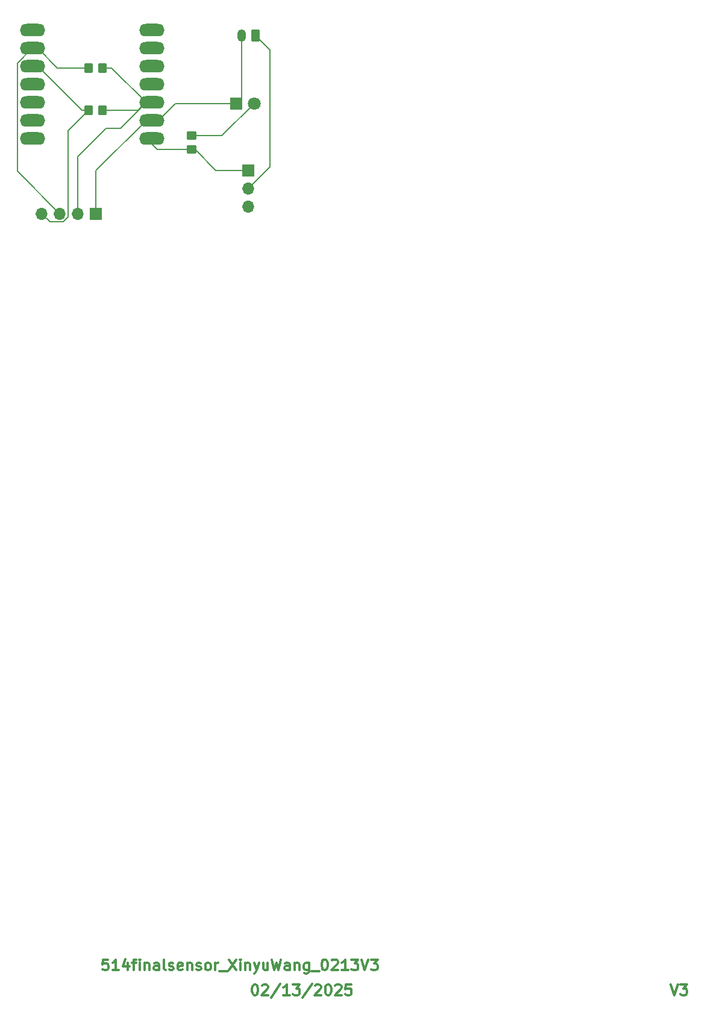
<source format=gbr>
%TF.GenerationSoftware,KiCad,Pcbnew,8.0.7*%
%TF.CreationDate,2025-02-28T09:56:09-08:00*%
%TF.ProjectId,514finalsensor,35313466-696e-4616-9c73-656e736f722e,rev?*%
%TF.SameCoordinates,Original*%
%TF.FileFunction,Copper,L1,Top*%
%TF.FilePolarity,Positive*%
%FSLAX46Y46*%
G04 Gerber Fmt 4.6, Leading zero omitted, Abs format (unit mm)*
G04 Created by KiCad (PCBNEW 8.0.7) date 2025-02-28 09:56:09*
%MOMM*%
%LPD*%
G01*
G04 APERTURE LIST*
G04 Aperture macros list*
%AMRoundRect*
0 Rectangle with rounded corners*
0 $1 Rounding radius*
0 $2 $3 $4 $5 $6 $7 $8 $9 X,Y pos of 4 corners*
0 Add a 4 corners polygon primitive as box body*
4,1,4,$2,$3,$4,$5,$6,$7,$8,$9,$2,$3,0*
0 Add four circle primitives for the rounded corners*
1,1,$1+$1,$2,$3*
1,1,$1+$1,$4,$5*
1,1,$1+$1,$6,$7*
1,1,$1+$1,$8,$9*
0 Add four rect primitives between the rounded corners*
20,1,$1+$1,$2,$3,$4,$5,0*
20,1,$1+$1,$4,$5,$6,$7,0*
20,1,$1+$1,$6,$7,$8,$9,0*
20,1,$1+$1,$8,$9,$2,$3,0*%
G04 Aperture macros list end*
%ADD10C,0.300000*%
%TA.AperFunction,NonConductor*%
%ADD11C,0.300000*%
%TD*%
%TA.AperFunction,ComponentPad*%
%ADD12R,1.800000X1.800000*%
%TD*%
%TA.AperFunction,ComponentPad*%
%ADD13C,1.800000*%
%TD*%
%TA.AperFunction,ComponentPad*%
%ADD14R,1.700000X1.700000*%
%TD*%
%TA.AperFunction,ComponentPad*%
%ADD15O,1.700000X1.700000*%
%TD*%
%TA.AperFunction,ComponentPad*%
%ADD16RoundRect,0.250000X0.350000X0.625000X-0.350000X0.625000X-0.350000X-0.625000X0.350000X-0.625000X0*%
%TD*%
%TA.AperFunction,ComponentPad*%
%ADD17O,1.200000X1.750000*%
%TD*%
%TA.AperFunction,SMDPad,CuDef*%
%ADD18RoundRect,0.250000X-0.350000X-0.450000X0.350000X-0.450000X0.350000X0.450000X-0.350000X0.450000X0*%
%TD*%
%TA.AperFunction,ComponentPad*%
%ADD19O,3.556000X1.778000*%
%TD*%
%TA.AperFunction,SMDPad,CuDef*%
%ADD20RoundRect,0.250000X-0.450000X0.350000X-0.450000X-0.350000X0.450000X-0.350000X0.450000X0.350000X0*%
%TD*%
%TA.AperFunction,Conductor*%
%ADD21C,0.200000*%
%TD*%
G04 APERTURE END LIST*
D10*
D11*
X211840225Y-192300828D02*
X211983082Y-192300828D01*
X211983082Y-192300828D02*
X212125939Y-192372257D01*
X212125939Y-192372257D02*
X212197368Y-192443685D01*
X212197368Y-192443685D02*
X212268796Y-192586542D01*
X212268796Y-192586542D02*
X212340225Y-192872257D01*
X212340225Y-192872257D02*
X212340225Y-193229400D01*
X212340225Y-193229400D02*
X212268796Y-193515114D01*
X212268796Y-193515114D02*
X212197368Y-193657971D01*
X212197368Y-193657971D02*
X212125939Y-193729400D01*
X212125939Y-193729400D02*
X211983082Y-193800828D01*
X211983082Y-193800828D02*
X211840225Y-193800828D01*
X211840225Y-193800828D02*
X211697368Y-193729400D01*
X211697368Y-193729400D02*
X211625939Y-193657971D01*
X211625939Y-193657971D02*
X211554510Y-193515114D01*
X211554510Y-193515114D02*
X211483082Y-193229400D01*
X211483082Y-193229400D02*
X211483082Y-192872257D01*
X211483082Y-192872257D02*
X211554510Y-192586542D01*
X211554510Y-192586542D02*
X211625939Y-192443685D01*
X211625939Y-192443685D02*
X211697368Y-192372257D01*
X211697368Y-192372257D02*
X211840225Y-192300828D01*
X212911653Y-192443685D02*
X212983081Y-192372257D01*
X212983081Y-192372257D02*
X213125939Y-192300828D01*
X213125939Y-192300828D02*
X213483081Y-192300828D01*
X213483081Y-192300828D02*
X213625939Y-192372257D01*
X213625939Y-192372257D02*
X213697367Y-192443685D01*
X213697367Y-192443685D02*
X213768796Y-192586542D01*
X213768796Y-192586542D02*
X213768796Y-192729400D01*
X213768796Y-192729400D02*
X213697367Y-192943685D01*
X213697367Y-192943685D02*
X212840224Y-193800828D01*
X212840224Y-193800828D02*
X213768796Y-193800828D01*
X215483081Y-192229400D02*
X214197367Y-194157971D01*
X216768796Y-193800828D02*
X215911653Y-193800828D01*
X216340224Y-193800828D02*
X216340224Y-192300828D01*
X216340224Y-192300828D02*
X216197367Y-192515114D01*
X216197367Y-192515114D02*
X216054510Y-192657971D01*
X216054510Y-192657971D02*
X215911653Y-192729400D01*
X217268795Y-192300828D02*
X218197367Y-192300828D01*
X218197367Y-192300828D02*
X217697367Y-192872257D01*
X217697367Y-192872257D02*
X217911652Y-192872257D01*
X217911652Y-192872257D02*
X218054510Y-192943685D01*
X218054510Y-192943685D02*
X218125938Y-193015114D01*
X218125938Y-193015114D02*
X218197367Y-193157971D01*
X218197367Y-193157971D02*
X218197367Y-193515114D01*
X218197367Y-193515114D02*
X218125938Y-193657971D01*
X218125938Y-193657971D02*
X218054510Y-193729400D01*
X218054510Y-193729400D02*
X217911652Y-193800828D01*
X217911652Y-193800828D02*
X217483081Y-193800828D01*
X217483081Y-193800828D02*
X217340224Y-193729400D01*
X217340224Y-193729400D02*
X217268795Y-193657971D01*
X219911652Y-192229400D02*
X218625938Y-194157971D01*
X220340224Y-192443685D02*
X220411652Y-192372257D01*
X220411652Y-192372257D02*
X220554510Y-192300828D01*
X220554510Y-192300828D02*
X220911652Y-192300828D01*
X220911652Y-192300828D02*
X221054510Y-192372257D01*
X221054510Y-192372257D02*
X221125938Y-192443685D01*
X221125938Y-192443685D02*
X221197367Y-192586542D01*
X221197367Y-192586542D02*
X221197367Y-192729400D01*
X221197367Y-192729400D02*
X221125938Y-192943685D01*
X221125938Y-192943685D02*
X220268795Y-193800828D01*
X220268795Y-193800828D02*
X221197367Y-193800828D01*
X222125938Y-192300828D02*
X222268795Y-192300828D01*
X222268795Y-192300828D02*
X222411652Y-192372257D01*
X222411652Y-192372257D02*
X222483081Y-192443685D01*
X222483081Y-192443685D02*
X222554509Y-192586542D01*
X222554509Y-192586542D02*
X222625938Y-192872257D01*
X222625938Y-192872257D02*
X222625938Y-193229400D01*
X222625938Y-193229400D02*
X222554509Y-193515114D01*
X222554509Y-193515114D02*
X222483081Y-193657971D01*
X222483081Y-193657971D02*
X222411652Y-193729400D01*
X222411652Y-193729400D02*
X222268795Y-193800828D01*
X222268795Y-193800828D02*
X222125938Y-193800828D01*
X222125938Y-193800828D02*
X221983081Y-193729400D01*
X221983081Y-193729400D02*
X221911652Y-193657971D01*
X221911652Y-193657971D02*
X221840223Y-193515114D01*
X221840223Y-193515114D02*
X221768795Y-193229400D01*
X221768795Y-193229400D02*
X221768795Y-192872257D01*
X221768795Y-192872257D02*
X221840223Y-192586542D01*
X221840223Y-192586542D02*
X221911652Y-192443685D01*
X221911652Y-192443685D02*
X221983081Y-192372257D01*
X221983081Y-192372257D02*
X222125938Y-192300828D01*
X223197366Y-192443685D02*
X223268794Y-192372257D01*
X223268794Y-192372257D02*
X223411652Y-192300828D01*
X223411652Y-192300828D02*
X223768794Y-192300828D01*
X223768794Y-192300828D02*
X223911652Y-192372257D01*
X223911652Y-192372257D02*
X223983080Y-192443685D01*
X223983080Y-192443685D02*
X224054509Y-192586542D01*
X224054509Y-192586542D02*
X224054509Y-192729400D01*
X224054509Y-192729400D02*
X223983080Y-192943685D01*
X223983080Y-192943685D02*
X223125937Y-193800828D01*
X223125937Y-193800828D02*
X224054509Y-193800828D01*
X225411651Y-192300828D02*
X224697365Y-192300828D01*
X224697365Y-192300828D02*
X224625937Y-193015114D01*
X224625937Y-193015114D02*
X224697365Y-192943685D01*
X224697365Y-192943685D02*
X224840223Y-192872257D01*
X224840223Y-192872257D02*
X225197365Y-192872257D01*
X225197365Y-192872257D02*
X225340223Y-192943685D01*
X225340223Y-192943685D02*
X225411651Y-193015114D01*
X225411651Y-193015114D02*
X225483080Y-193157971D01*
X225483080Y-193157971D02*
X225483080Y-193515114D01*
X225483080Y-193515114D02*
X225411651Y-193657971D01*
X225411651Y-193657971D02*
X225340223Y-193729400D01*
X225340223Y-193729400D02*
X225197365Y-193800828D01*
X225197365Y-193800828D02*
X224840223Y-193800828D01*
X224840223Y-193800828D02*
X224697365Y-193729400D01*
X224697365Y-193729400D02*
X224625937Y-193657971D01*
D10*
D11*
X191268796Y-188800828D02*
X190554510Y-188800828D01*
X190554510Y-188800828D02*
X190483082Y-189515114D01*
X190483082Y-189515114D02*
X190554510Y-189443685D01*
X190554510Y-189443685D02*
X190697368Y-189372257D01*
X190697368Y-189372257D02*
X191054510Y-189372257D01*
X191054510Y-189372257D02*
X191197368Y-189443685D01*
X191197368Y-189443685D02*
X191268796Y-189515114D01*
X191268796Y-189515114D02*
X191340225Y-189657971D01*
X191340225Y-189657971D02*
X191340225Y-190015114D01*
X191340225Y-190015114D02*
X191268796Y-190157971D01*
X191268796Y-190157971D02*
X191197368Y-190229400D01*
X191197368Y-190229400D02*
X191054510Y-190300828D01*
X191054510Y-190300828D02*
X190697368Y-190300828D01*
X190697368Y-190300828D02*
X190554510Y-190229400D01*
X190554510Y-190229400D02*
X190483082Y-190157971D01*
X192768796Y-190300828D02*
X191911653Y-190300828D01*
X192340224Y-190300828D02*
X192340224Y-188800828D01*
X192340224Y-188800828D02*
X192197367Y-189015114D01*
X192197367Y-189015114D02*
X192054510Y-189157971D01*
X192054510Y-189157971D02*
X191911653Y-189229400D01*
X194054510Y-189300828D02*
X194054510Y-190300828D01*
X193697367Y-188729400D02*
X193340224Y-189800828D01*
X193340224Y-189800828D02*
X194268795Y-189800828D01*
X194625938Y-189300828D02*
X195197366Y-189300828D01*
X194840223Y-190300828D02*
X194840223Y-189015114D01*
X194840223Y-189015114D02*
X194911652Y-188872257D01*
X194911652Y-188872257D02*
X195054509Y-188800828D01*
X195054509Y-188800828D02*
X195197366Y-188800828D01*
X195697366Y-190300828D02*
X195697366Y-189300828D01*
X195697366Y-188800828D02*
X195625938Y-188872257D01*
X195625938Y-188872257D02*
X195697366Y-188943685D01*
X195697366Y-188943685D02*
X195768795Y-188872257D01*
X195768795Y-188872257D02*
X195697366Y-188800828D01*
X195697366Y-188800828D02*
X195697366Y-188943685D01*
X196411652Y-189300828D02*
X196411652Y-190300828D01*
X196411652Y-189443685D02*
X196483081Y-189372257D01*
X196483081Y-189372257D02*
X196625938Y-189300828D01*
X196625938Y-189300828D02*
X196840224Y-189300828D01*
X196840224Y-189300828D02*
X196983081Y-189372257D01*
X196983081Y-189372257D02*
X197054510Y-189515114D01*
X197054510Y-189515114D02*
X197054510Y-190300828D01*
X198411653Y-190300828D02*
X198411653Y-189515114D01*
X198411653Y-189515114D02*
X198340224Y-189372257D01*
X198340224Y-189372257D02*
X198197367Y-189300828D01*
X198197367Y-189300828D02*
X197911653Y-189300828D01*
X197911653Y-189300828D02*
X197768795Y-189372257D01*
X198411653Y-190229400D02*
X198268795Y-190300828D01*
X198268795Y-190300828D02*
X197911653Y-190300828D01*
X197911653Y-190300828D02*
X197768795Y-190229400D01*
X197768795Y-190229400D02*
X197697367Y-190086542D01*
X197697367Y-190086542D02*
X197697367Y-189943685D01*
X197697367Y-189943685D02*
X197768795Y-189800828D01*
X197768795Y-189800828D02*
X197911653Y-189729400D01*
X197911653Y-189729400D02*
X198268795Y-189729400D01*
X198268795Y-189729400D02*
X198411653Y-189657971D01*
X199340224Y-190300828D02*
X199197367Y-190229400D01*
X199197367Y-190229400D02*
X199125938Y-190086542D01*
X199125938Y-190086542D02*
X199125938Y-188800828D01*
X199840224Y-190229400D02*
X199983081Y-190300828D01*
X199983081Y-190300828D02*
X200268795Y-190300828D01*
X200268795Y-190300828D02*
X200411652Y-190229400D01*
X200411652Y-190229400D02*
X200483081Y-190086542D01*
X200483081Y-190086542D02*
X200483081Y-190015114D01*
X200483081Y-190015114D02*
X200411652Y-189872257D01*
X200411652Y-189872257D02*
X200268795Y-189800828D01*
X200268795Y-189800828D02*
X200054510Y-189800828D01*
X200054510Y-189800828D02*
X199911652Y-189729400D01*
X199911652Y-189729400D02*
X199840224Y-189586542D01*
X199840224Y-189586542D02*
X199840224Y-189515114D01*
X199840224Y-189515114D02*
X199911652Y-189372257D01*
X199911652Y-189372257D02*
X200054510Y-189300828D01*
X200054510Y-189300828D02*
X200268795Y-189300828D01*
X200268795Y-189300828D02*
X200411652Y-189372257D01*
X201697367Y-190229400D02*
X201554510Y-190300828D01*
X201554510Y-190300828D02*
X201268796Y-190300828D01*
X201268796Y-190300828D02*
X201125938Y-190229400D01*
X201125938Y-190229400D02*
X201054510Y-190086542D01*
X201054510Y-190086542D02*
X201054510Y-189515114D01*
X201054510Y-189515114D02*
X201125938Y-189372257D01*
X201125938Y-189372257D02*
X201268796Y-189300828D01*
X201268796Y-189300828D02*
X201554510Y-189300828D01*
X201554510Y-189300828D02*
X201697367Y-189372257D01*
X201697367Y-189372257D02*
X201768796Y-189515114D01*
X201768796Y-189515114D02*
X201768796Y-189657971D01*
X201768796Y-189657971D02*
X201054510Y-189800828D01*
X202411652Y-189300828D02*
X202411652Y-190300828D01*
X202411652Y-189443685D02*
X202483081Y-189372257D01*
X202483081Y-189372257D02*
X202625938Y-189300828D01*
X202625938Y-189300828D02*
X202840224Y-189300828D01*
X202840224Y-189300828D02*
X202983081Y-189372257D01*
X202983081Y-189372257D02*
X203054510Y-189515114D01*
X203054510Y-189515114D02*
X203054510Y-190300828D01*
X203697367Y-190229400D02*
X203840224Y-190300828D01*
X203840224Y-190300828D02*
X204125938Y-190300828D01*
X204125938Y-190300828D02*
X204268795Y-190229400D01*
X204268795Y-190229400D02*
X204340224Y-190086542D01*
X204340224Y-190086542D02*
X204340224Y-190015114D01*
X204340224Y-190015114D02*
X204268795Y-189872257D01*
X204268795Y-189872257D02*
X204125938Y-189800828D01*
X204125938Y-189800828D02*
X203911653Y-189800828D01*
X203911653Y-189800828D02*
X203768795Y-189729400D01*
X203768795Y-189729400D02*
X203697367Y-189586542D01*
X203697367Y-189586542D02*
X203697367Y-189515114D01*
X203697367Y-189515114D02*
X203768795Y-189372257D01*
X203768795Y-189372257D02*
X203911653Y-189300828D01*
X203911653Y-189300828D02*
X204125938Y-189300828D01*
X204125938Y-189300828D02*
X204268795Y-189372257D01*
X205197367Y-190300828D02*
X205054510Y-190229400D01*
X205054510Y-190229400D02*
X204983081Y-190157971D01*
X204983081Y-190157971D02*
X204911653Y-190015114D01*
X204911653Y-190015114D02*
X204911653Y-189586542D01*
X204911653Y-189586542D02*
X204983081Y-189443685D01*
X204983081Y-189443685D02*
X205054510Y-189372257D01*
X205054510Y-189372257D02*
X205197367Y-189300828D01*
X205197367Y-189300828D02*
X205411653Y-189300828D01*
X205411653Y-189300828D02*
X205554510Y-189372257D01*
X205554510Y-189372257D02*
X205625939Y-189443685D01*
X205625939Y-189443685D02*
X205697367Y-189586542D01*
X205697367Y-189586542D02*
X205697367Y-190015114D01*
X205697367Y-190015114D02*
X205625939Y-190157971D01*
X205625939Y-190157971D02*
X205554510Y-190229400D01*
X205554510Y-190229400D02*
X205411653Y-190300828D01*
X205411653Y-190300828D02*
X205197367Y-190300828D01*
X206340224Y-190300828D02*
X206340224Y-189300828D01*
X206340224Y-189586542D02*
X206411653Y-189443685D01*
X206411653Y-189443685D02*
X206483082Y-189372257D01*
X206483082Y-189372257D02*
X206625939Y-189300828D01*
X206625939Y-189300828D02*
X206768796Y-189300828D01*
X206911653Y-190443685D02*
X208054510Y-190443685D01*
X208268795Y-188800828D02*
X209268795Y-190300828D01*
X209268795Y-188800828D02*
X208268795Y-190300828D01*
X209840223Y-190300828D02*
X209840223Y-189300828D01*
X209840223Y-188800828D02*
X209768795Y-188872257D01*
X209768795Y-188872257D02*
X209840223Y-188943685D01*
X209840223Y-188943685D02*
X209911652Y-188872257D01*
X209911652Y-188872257D02*
X209840223Y-188800828D01*
X209840223Y-188800828D02*
X209840223Y-188943685D01*
X210554509Y-189300828D02*
X210554509Y-190300828D01*
X210554509Y-189443685D02*
X210625938Y-189372257D01*
X210625938Y-189372257D02*
X210768795Y-189300828D01*
X210768795Y-189300828D02*
X210983081Y-189300828D01*
X210983081Y-189300828D02*
X211125938Y-189372257D01*
X211125938Y-189372257D02*
X211197367Y-189515114D01*
X211197367Y-189515114D02*
X211197367Y-190300828D01*
X211768795Y-189300828D02*
X212125938Y-190300828D01*
X212483081Y-189300828D02*
X212125938Y-190300828D01*
X212125938Y-190300828D02*
X211983081Y-190657971D01*
X211983081Y-190657971D02*
X211911652Y-190729400D01*
X211911652Y-190729400D02*
X211768795Y-190800828D01*
X213697367Y-189300828D02*
X213697367Y-190300828D01*
X213054509Y-189300828D02*
X213054509Y-190086542D01*
X213054509Y-190086542D02*
X213125938Y-190229400D01*
X213125938Y-190229400D02*
X213268795Y-190300828D01*
X213268795Y-190300828D02*
X213483081Y-190300828D01*
X213483081Y-190300828D02*
X213625938Y-190229400D01*
X213625938Y-190229400D02*
X213697367Y-190157971D01*
X214268795Y-188800828D02*
X214625938Y-190300828D01*
X214625938Y-190300828D02*
X214911652Y-189229400D01*
X214911652Y-189229400D02*
X215197367Y-190300828D01*
X215197367Y-190300828D02*
X215554510Y-188800828D01*
X216768796Y-190300828D02*
X216768796Y-189515114D01*
X216768796Y-189515114D02*
X216697367Y-189372257D01*
X216697367Y-189372257D02*
X216554510Y-189300828D01*
X216554510Y-189300828D02*
X216268796Y-189300828D01*
X216268796Y-189300828D02*
X216125938Y-189372257D01*
X216768796Y-190229400D02*
X216625938Y-190300828D01*
X216625938Y-190300828D02*
X216268796Y-190300828D01*
X216268796Y-190300828D02*
X216125938Y-190229400D01*
X216125938Y-190229400D02*
X216054510Y-190086542D01*
X216054510Y-190086542D02*
X216054510Y-189943685D01*
X216054510Y-189943685D02*
X216125938Y-189800828D01*
X216125938Y-189800828D02*
X216268796Y-189729400D01*
X216268796Y-189729400D02*
X216625938Y-189729400D01*
X216625938Y-189729400D02*
X216768796Y-189657971D01*
X217483081Y-189300828D02*
X217483081Y-190300828D01*
X217483081Y-189443685D02*
X217554510Y-189372257D01*
X217554510Y-189372257D02*
X217697367Y-189300828D01*
X217697367Y-189300828D02*
X217911653Y-189300828D01*
X217911653Y-189300828D02*
X218054510Y-189372257D01*
X218054510Y-189372257D02*
X218125939Y-189515114D01*
X218125939Y-189515114D02*
X218125939Y-190300828D01*
X219483082Y-189300828D02*
X219483082Y-190515114D01*
X219483082Y-190515114D02*
X219411653Y-190657971D01*
X219411653Y-190657971D02*
X219340224Y-190729400D01*
X219340224Y-190729400D02*
X219197367Y-190800828D01*
X219197367Y-190800828D02*
X218983082Y-190800828D01*
X218983082Y-190800828D02*
X218840224Y-190729400D01*
X219483082Y-190229400D02*
X219340224Y-190300828D01*
X219340224Y-190300828D02*
X219054510Y-190300828D01*
X219054510Y-190300828D02*
X218911653Y-190229400D01*
X218911653Y-190229400D02*
X218840224Y-190157971D01*
X218840224Y-190157971D02*
X218768796Y-190015114D01*
X218768796Y-190015114D02*
X218768796Y-189586542D01*
X218768796Y-189586542D02*
X218840224Y-189443685D01*
X218840224Y-189443685D02*
X218911653Y-189372257D01*
X218911653Y-189372257D02*
X219054510Y-189300828D01*
X219054510Y-189300828D02*
X219340224Y-189300828D01*
X219340224Y-189300828D02*
X219483082Y-189372257D01*
X219840225Y-190443685D02*
X220983082Y-190443685D01*
X221625939Y-188800828D02*
X221768796Y-188800828D01*
X221768796Y-188800828D02*
X221911653Y-188872257D01*
X221911653Y-188872257D02*
X221983082Y-188943685D01*
X221983082Y-188943685D02*
X222054510Y-189086542D01*
X222054510Y-189086542D02*
X222125939Y-189372257D01*
X222125939Y-189372257D02*
X222125939Y-189729400D01*
X222125939Y-189729400D02*
X222054510Y-190015114D01*
X222054510Y-190015114D02*
X221983082Y-190157971D01*
X221983082Y-190157971D02*
X221911653Y-190229400D01*
X221911653Y-190229400D02*
X221768796Y-190300828D01*
X221768796Y-190300828D02*
X221625939Y-190300828D01*
X221625939Y-190300828D02*
X221483082Y-190229400D01*
X221483082Y-190229400D02*
X221411653Y-190157971D01*
X221411653Y-190157971D02*
X221340224Y-190015114D01*
X221340224Y-190015114D02*
X221268796Y-189729400D01*
X221268796Y-189729400D02*
X221268796Y-189372257D01*
X221268796Y-189372257D02*
X221340224Y-189086542D01*
X221340224Y-189086542D02*
X221411653Y-188943685D01*
X221411653Y-188943685D02*
X221483082Y-188872257D01*
X221483082Y-188872257D02*
X221625939Y-188800828D01*
X222697367Y-188943685D02*
X222768795Y-188872257D01*
X222768795Y-188872257D02*
X222911653Y-188800828D01*
X222911653Y-188800828D02*
X223268795Y-188800828D01*
X223268795Y-188800828D02*
X223411653Y-188872257D01*
X223411653Y-188872257D02*
X223483081Y-188943685D01*
X223483081Y-188943685D02*
X223554510Y-189086542D01*
X223554510Y-189086542D02*
X223554510Y-189229400D01*
X223554510Y-189229400D02*
X223483081Y-189443685D01*
X223483081Y-189443685D02*
X222625938Y-190300828D01*
X222625938Y-190300828D02*
X223554510Y-190300828D01*
X224983081Y-190300828D02*
X224125938Y-190300828D01*
X224554509Y-190300828D02*
X224554509Y-188800828D01*
X224554509Y-188800828D02*
X224411652Y-189015114D01*
X224411652Y-189015114D02*
X224268795Y-189157971D01*
X224268795Y-189157971D02*
X224125938Y-189229400D01*
X225483080Y-188800828D02*
X226411652Y-188800828D01*
X226411652Y-188800828D02*
X225911652Y-189372257D01*
X225911652Y-189372257D02*
X226125937Y-189372257D01*
X226125937Y-189372257D02*
X226268795Y-189443685D01*
X226268795Y-189443685D02*
X226340223Y-189515114D01*
X226340223Y-189515114D02*
X226411652Y-189657971D01*
X226411652Y-189657971D02*
X226411652Y-190015114D01*
X226411652Y-190015114D02*
X226340223Y-190157971D01*
X226340223Y-190157971D02*
X226268795Y-190229400D01*
X226268795Y-190229400D02*
X226125937Y-190300828D01*
X226125937Y-190300828D02*
X225697366Y-190300828D01*
X225697366Y-190300828D02*
X225554509Y-190229400D01*
X225554509Y-190229400D02*
X225483080Y-190157971D01*
X226840223Y-188800828D02*
X227340223Y-190300828D01*
X227340223Y-190300828D02*
X227840223Y-188800828D01*
X228197365Y-188800828D02*
X229125937Y-188800828D01*
X229125937Y-188800828D02*
X228625937Y-189372257D01*
X228625937Y-189372257D02*
X228840222Y-189372257D01*
X228840222Y-189372257D02*
X228983080Y-189443685D01*
X228983080Y-189443685D02*
X229054508Y-189515114D01*
X229054508Y-189515114D02*
X229125937Y-189657971D01*
X229125937Y-189657971D02*
X229125937Y-190015114D01*
X229125937Y-190015114D02*
X229054508Y-190157971D01*
X229054508Y-190157971D02*
X228983080Y-190229400D01*
X228983080Y-190229400D02*
X228840222Y-190300828D01*
X228840222Y-190300828D02*
X228411651Y-190300828D01*
X228411651Y-190300828D02*
X228268794Y-190229400D01*
X228268794Y-190229400D02*
X228197365Y-190157971D01*
D10*
D11*
X270340225Y-192300828D02*
X270840225Y-193800828D01*
X270840225Y-193800828D02*
X271340225Y-192300828D01*
X271697367Y-192300828D02*
X272625939Y-192300828D01*
X272625939Y-192300828D02*
X272125939Y-192872257D01*
X272125939Y-192872257D02*
X272340224Y-192872257D01*
X272340224Y-192872257D02*
X272483082Y-192943685D01*
X272483082Y-192943685D02*
X272554510Y-193015114D01*
X272554510Y-193015114D02*
X272625939Y-193157971D01*
X272625939Y-193157971D02*
X272625939Y-193515114D01*
X272625939Y-193515114D02*
X272554510Y-193657971D01*
X272554510Y-193657971D02*
X272483082Y-193729400D01*
X272483082Y-193729400D02*
X272340224Y-193800828D01*
X272340224Y-193800828D02*
X271911653Y-193800828D01*
X271911653Y-193800828D02*
X271768796Y-193729400D01*
X271768796Y-193729400D02*
X271697367Y-193657971D01*
D12*
%TO.P,D1,1,K*%
%TO.N,sense_gnd*%
X209230000Y-68500000D03*
D13*
%TO.P,D1,2,A*%
%TO.N,Net-(D1-A)*%
X211770000Y-68500000D03*
%TD*%
D14*
%TO.P,U2,1,GND*%
%TO.N,sense_gnd*%
X189580000Y-84000000D03*
D15*
%TO.P,U2,2,VDD*%
%TO.N,Net-(U1-3V3)*%
X187040000Y-84000000D03*
%TO.P,U2,3,SCL*%
%TO.N,Net-(U1-PA4_A1_D1)*%
X184500000Y-84000000D03*
%TO.P,U2,4,SDA*%
%TO.N,Net-(U1-PA10_A2_D2)*%
X181960000Y-84000000D03*
%TD*%
D16*
%TO.P,J1,1,Pin_1*%
%TO.N,+3.7V*%
X212000000Y-59000000D03*
D17*
%TO.P,J1,2,Pin_2*%
%TO.N,sense_gnd*%
X210000000Y-59000000D03*
%TD*%
D14*
%TO.P,SW1,1,A*%
%TO.N,Net-(SW1-A)*%
X211000000Y-77910000D03*
D15*
%TO.P,SW1,2,B*%
%TO.N,+3.7V*%
X211000000Y-80450000D03*
%TO.P,SW1,3,C*%
%TO.N,unconnected-(SW1-C-Pad3)*%
X211000000Y-82990000D03*
%TD*%
D18*
%TO.P,R1,1*%
%TO.N,Net-(U1-PA4_A1_D1)*%
X188500000Y-63500000D03*
%TO.P,R1,2*%
%TO.N,Net-(U1-3V3)*%
X190500000Y-63500000D03*
%TD*%
%TO.P,R2,1*%
%TO.N,Net-(U1-PA10_A2_D2)*%
X188500000Y-69500000D03*
%TO.P,R2,2*%
%TO.N,Net-(U1-3V3)*%
X190500000Y-69500000D03*
%TD*%
D19*
%TO.P,U1,1,PA02_A0_D0*%
%TO.N,unconnected-(U1-PA02_A0_D0-Pad1)*%
X180618000Y-58230500D03*
%TO.P,U1,2,PA4_A1_D1*%
%TO.N,Net-(U1-PA4_A1_D1)*%
X180618000Y-60770500D03*
%TO.P,U1,3,PA10_A2_D2*%
%TO.N,Net-(U1-PA10_A2_D2)*%
X180618000Y-63310500D03*
%TO.P,U1,4,PA11_A3_D3*%
%TO.N,unconnected-(U1-PA11_A3_D3-Pad4)*%
X180618000Y-65850500D03*
%TO.P,U1,5,PA8_A4_D4_SDA*%
%TO.N,unconnected-(U1-PA8_A4_D4_SDA-Pad5)*%
X180618000Y-68390500D03*
%TO.P,U1,6,PA9_A5_D5_SCL*%
%TO.N,unconnected-(U1-PA9_A5_D5_SCL-Pad6)*%
X180618000Y-70930500D03*
%TO.P,U1,7,PB08_A6_D6_TX*%
%TO.N,unconnected-(U1-PB08_A6_D6_TX-Pad7)*%
X180618000Y-73470500D03*
%TO.P,U1,8,PB09_A7_D7_RX*%
%TO.N,unconnected-(U1-PB09_A7_D7_RX-Pad8)*%
X197382000Y-58230500D03*
%TO.P,U1,9,PA7_A8_D8_SCK*%
%TO.N,unconnected-(U1-PA7_A8_D8_SCK-Pad9)*%
X197382000Y-60770500D03*
%TO.P,U1,10,PA5_A9_D9_MISO*%
%TO.N,unconnected-(U1-PA5_A9_D9_MISO-Pad10)*%
X197382000Y-63310500D03*
%TO.P,U1,11,PA6_A10_D10_MOSI*%
%TO.N,unconnected-(U1-PA6_A10_D10_MOSI-Pad11)*%
X197382000Y-65850500D03*
%TO.P,U1,12,3V3*%
%TO.N,Net-(U1-3V3)*%
X197382000Y-68390500D03*
%TO.P,U1,13,GND*%
%TO.N,sense_gnd*%
X197382000Y-70930500D03*
%TO.P,U1,14,5V*%
%TO.N,Net-(SW1-A)*%
X197382000Y-73470500D03*
%TD*%
D20*
%TO.P,R3,1*%
%TO.N,Net-(D1-A)*%
X203000000Y-73000000D03*
%TO.P,R3,2*%
%TO.N,Net-(SW1-A)*%
X203000000Y-75000000D03*
%TD*%
D21*
%TO.N,Net-(D1-A)*%
X211770000Y-68500000D02*
X207270000Y-73000000D01*
X207270000Y-73000000D02*
X203000000Y-73000000D01*
%TO.N,sense_gnd*%
X200740256Y-68500000D02*
X209230000Y-68500000D01*
X210000000Y-67730000D02*
X209230000Y-68500000D01*
X210000000Y-59000000D02*
X210000000Y-67730000D01*
X189580000Y-77970500D02*
X196620000Y-70930500D01*
X189580000Y-84000000D02*
X189580000Y-77970500D01*
X196620000Y-70930500D02*
X198309756Y-70930500D01*
X198309756Y-70930500D02*
X200740256Y-68500000D01*
%TO.N,+3.7V*%
X214000000Y-61000000D02*
X214000000Y-77450000D01*
X214000000Y-77450000D02*
X211000000Y-80450000D01*
X212000000Y-59000000D02*
X214000000Y-61000000D01*
%TO.N,Net-(U1-3V3)*%
X190500000Y-69500000D02*
X195510500Y-69500000D01*
X191729500Y-63500000D02*
X196620000Y-68390500D01*
X190500000Y-63500000D02*
X191729500Y-63500000D01*
X193010500Y-72000000D02*
X196620000Y-68390500D01*
X191000000Y-72000000D02*
X193010500Y-72000000D01*
X195510500Y-69500000D02*
X196620000Y-68390500D01*
X187040000Y-84000000D02*
X187040000Y-75960000D01*
X187040000Y-75960000D02*
X191000000Y-72000000D01*
%TO.N,Net-(SW1-A)*%
X203500000Y-75000000D02*
X206410000Y-77910000D01*
X196620000Y-73470500D02*
X198149500Y-75000000D01*
X203000000Y-75000000D02*
X203500000Y-75000000D01*
X206410000Y-77910000D02*
X211000000Y-77910000D01*
X198149500Y-75000000D02*
X203000000Y-75000000D01*
%TO.N,Net-(U1-PA4_A1_D1)*%
X178540000Y-78040000D02*
X178540000Y-62818000D01*
X184500000Y-84000000D02*
X178540000Y-78040000D01*
X180587500Y-60770500D02*
X181380000Y-60770500D01*
X184109500Y-63500000D02*
X181380000Y-60770500D01*
X178540000Y-62818000D02*
X180587500Y-60770500D01*
X188500000Y-63500000D02*
X184109500Y-63500000D01*
%TO.N,Net-(U1-PA10_A2_D2)*%
X183110000Y-85150000D02*
X184976346Y-85150000D01*
X187569500Y-69500000D02*
X188500000Y-69500000D01*
X185650000Y-72350000D02*
X188500000Y-69500000D01*
X184976346Y-85150000D02*
X185650000Y-84476346D01*
X181380000Y-63310500D02*
X187569500Y-69500000D01*
X185650000Y-84476346D02*
X185650000Y-72350000D01*
X181960000Y-84000000D02*
X183110000Y-85150000D01*
%TD*%
M02*

</source>
